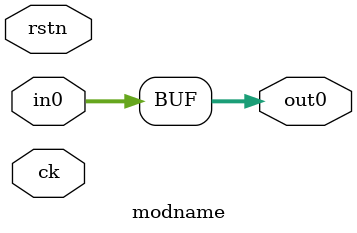
<source format=v>

module modname #(parameter AW=4) (
  input ck, rstn,
  input [AW-1:0] in0,
  output [AW-1:0] out0
);

assign out0 = in0;

endmodule


</source>
